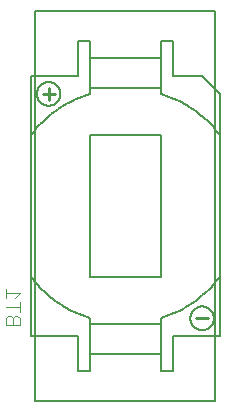
<source format=gbo>
G75*
%MOIN*%
%OFA0B0*%
%FSLAX25Y25*%
%IPPOS*%
%LPD*%
%AMOC8*
5,1,8,0,0,1.08239X$1,22.5*
%
%ADD10C,0.00800*%
%ADD11C,0.00500*%
%ADD12C,0.00984*%
%ADD13C,0.00400*%
D10*
X0013000Y0001400D02*
X0013000Y0131400D01*
X0073000Y0131400D01*
X0073000Y0001400D01*
X0013000Y0001400D01*
D11*
X0011504Y0023093D02*
X0027252Y0023093D01*
X0027252Y0011282D01*
X0031189Y0011282D01*
X0031189Y0017187D01*
X0054811Y0017187D01*
X0054811Y0011282D01*
X0058748Y0011282D01*
X0058748Y0023093D01*
X0074496Y0023093D01*
X0074496Y0042778D01*
X0074496Y0090022D01*
X0074496Y0103802D01*
X0068591Y0109707D01*
X0058748Y0109707D01*
X0058748Y0121518D01*
X0054811Y0121518D01*
X0054811Y0115613D01*
X0031189Y0115613D01*
X0031189Y0121518D01*
X0027252Y0121518D01*
X0027252Y0109707D01*
X0011504Y0109707D01*
X0011504Y0090022D01*
X0011504Y0042778D01*
X0011504Y0023093D01*
X0031189Y0027030D02*
X0031189Y0017187D01*
X0031189Y0027030D02*
X0054811Y0027030D01*
X0054811Y0017187D01*
X0054811Y0027030D02*
X0054811Y0028998D01*
X0054811Y0042778D02*
X0054811Y0090022D01*
X0031189Y0090022D01*
X0031189Y0042778D01*
X0054811Y0042778D01*
X0064654Y0028998D02*
X0064656Y0029123D01*
X0064662Y0029248D01*
X0064672Y0029372D01*
X0064686Y0029496D01*
X0064703Y0029620D01*
X0064725Y0029743D01*
X0064751Y0029865D01*
X0064780Y0029987D01*
X0064813Y0030107D01*
X0064851Y0030226D01*
X0064891Y0030345D01*
X0064936Y0030461D01*
X0064984Y0030576D01*
X0065036Y0030690D01*
X0065092Y0030802D01*
X0065151Y0030912D01*
X0065213Y0031020D01*
X0065279Y0031127D01*
X0065348Y0031231D01*
X0065421Y0031332D01*
X0065496Y0031432D01*
X0065575Y0031529D01*
X0065657Y0031623D01*
X0065742Y0031715D01*
X0065829Y0031804D01*
X0065920Y0031890D01*
X0066013Y0031973D01*
X0066109Y0032054D01*
X0066207Y0032131D01*
X0066307Y0032205D01*
X0066410Y0032276D01*
X0066515Y0032343D01*
X0066623Y0032408D01*
X0066732Y0032468D01*
X0066843Y0032526D01*
X0066956Y0032579D01*
X0067070Y0032629D01*
X0067186Y0032676D01*
X0067303Y0032718D01*
X0067422Y0032757D01*
X0067542Y0032793D01*
X0067663Y0032824D01*
X0067785Y0032852D01*
X0067907Y0032875D01*
X0068031Y0032895D01*
X0068155Y0032911D01*
X0068279Y0032923D01*
X0068404Y0032931D01*
X0068529Y0032935D01*
X0068653Y0032935D01*
X0068778Y0032931D01*
X0068903Y0032923D01*
X0069027Y0032911D01*
X0069151Y0032895D01*
X0069275Y0032875D01*
X0069397Y0032852D01*
X0069519Y0032824D01*
X0069640Y0032793D01*
X0069760Y0032757D01*
X0069879Y0032718D01*
X0069996Y0032676D01*
X0070112Y0032629D01*
X0070226Y0032579D01*
X0070339Y0032526D01*
X0070450Y0032468D01*
X0070560Y0032408D01*
X0070667Y0032343D01*
X0070772Y0032276D01*
X0070875Y0032205D01*
X0070975Y0032131D01*
X0071073Y0032054D01*
X0071169Y0031973D01*
X0071262Y0031890D01*
X0071353Y0031804D01*
X0071440Y0031715D01*
X0071525Y0031623D01*
X0071607Y0031529D01*
X0071686Y0031432D01*
X0071761Y0031332D01*
X0071834Y0031231D01*
X0071903Y0031127D01*
X0071969Y0031020D01*
X0072031Y0030912D01*
X0072090Y0030802D01*
X0072146Y0030690D01*
X0072198Y0030576D01*
X0072246Y0030461D01*
X0072291Y0030345D01*
X0072331Y0030226D01*
X0072369Y0030107D01*
X0072402Y0029987D01*
X0072431Y0029865D01*
X0072457Y0029743D01*
X0072479Y0029620D01*
X0072496Y0029496D01*
X0072510Y0029372D01*
X0072520Y0029248D01*
X0072526Y0029123D01*
X0072528Y0028998D01*
X0072526Y0028873D01*
X0072520Y0028748D01*
X0072510Y0028624D01*
X0072496Y0028500D01*
X0072479Y0028376D01*
X0072457Y0028253D01*
X0072431Y0028131D01*
X0072402Y0028009D01*
X0072369Y0027889D01*
X0072331Y0027770D01*
X0072291Y0027651D01*
X0072246Y0027535D01*
X0072198Y0027420D01*
X0072146Y0027306D01*
X0072090Y0027194D01*
X0072031Y0027084D01*
X0071969Y0026976D01*
X0071903Y0026869D01*
X0071834Y0026765D01*
X0071761Y0026664D01*
X0071686Y0026564D01*
X0071607Y0026467D01*
X0071525Y0026373D01*
X0071440Y0026281D01*
X0071353Y0026192D01*
X0071262Y0026106D01*
X0071169Y0026023D01*
X0071073Y0025942D01*
X0070975Y0025865D01*
X0070875Y0025791D01*
X0070772Y0025720D01*
X0070667Y0025653D01*
X0070559Y0025588D01*
X0070450Y0025528D01*
X0070339Y0025470D01*
X0070226Y0025417D01*
X0070112Y0025367D01*
X0069996Y0025320D01*
X0069879Y0025278D01*
X0069760Y0025239D01*
X0069640Y0025203D01*
X0069519Y0025172D01*
X0069397Y0025144D01*
X0069275Y0025121D01*
X0069151Y0025101D01*
X0069027Y0025085D01*
X0068903Y0025073D01*
X0068778Y0025065D01*
X0068653Y0025061D01*
X0068529Y0025061D01*
X0068404Y0025065D01*
X0068279Y0025073D01*
X0068155Y0025085D01*
X0068031Y0025101D01*
X0067907Y0025121D01*
X0067785Y0025144D01*
X0067663Y0025172D01*
X0067542Y0025203D01*
X0067422Y0025239D01*
X0067303Y0025278D01*
X0067186Y0025320D01*
X0067070Y0025367D01*
X0066956Y0025417D01*
X0066843Y0025470D01*
X0066732Y0025528D01*
X0066622Y0025588D01*
X0066515Y0025653D01*
X0066410Y0025720D01*
X0066307Y0025791D01*
X0066207Y0025865D01*
X0066109Y0025942D01*
X0066013Y0026023D01*
X0065920Y0026106D01*
X0065829Y0026192D01*
X0065742Y0026281D01*
X0065657Y0026373D01*
X0065575Y0026467D01*
X0065496Y0026564D01*
X0065421Y0026664D01*
X0065348Y0026765D01*
X0065279Y0026869D01*
X0065213Y0026976D01*
X0065151Y0027084D01*
X0065092Y0027194D01*
X0065036Y0027306D01*
X0064984Y0027420D01*
X0064936Y0027535D01*
X0064891Y0027651D01*
X0064851Y0027770D01*
X0064813Y0027889D01*
X0064780Y0028009D01*
X0064751Y0028131D01*
X0064725Y0028253D01*
X0064703Y0028376D01*
X0064686Y0028500D01*
X0064672Y0028624D01*
X0064662Y0028748D01*
X0064656Y0028873D01*
X0064654Y0028998D01*
X0011505Y0090022D02*
X0012108Y0090789D01*
X0012730Y0091542D01*
X0013370Y0092279D01*
X0014028Y0093000D01*
X0014703Y0093705D01*
X0015396Y0094393D01*
X0016105Y0095064D01*
X0016831Y0095717D01*
X0017572Y0096353D01*
X0018328Y0096970D01*
X0019100Y0097568D01*
X0019886Y0098148D01*
X0020686Y0098707D01*
X0021499Y0099248D01*
X0022325Y0099768D01*
X0023164Y0100267D01*
X0024015Y0100746D01*
X0024877Y0101204D01*
X0025750Y0101641D01*
X0026634Y0102056D01*
X0027527Y0102449D01*
X0028430Y0102821D01*
X0029342Y0103170D01*
X0030262Y0103497D01*
X0031189Y0103801D01*
X0031189Y0103802D02*
X0031189Y0105770D01*
X0054811Y0105770D01*
X0054811Y0115613D01*
X0054811Y0105770D02*
X0054811Y0103802D01*
X0031189Y0105770D02*
X0031189Y0115613D01*
X0013472Y0103802D02*
X0013474Y0103927D01*
X0013480Y0104052D01*
X0013490Y0104176D01*
X0013504Y0104300D01*
X0013521Y0104424D01*
X0013543Y0104547D01*
X0013569Y0104669D01*
X0013598Y0104791D01*
X0013631Y0104911D01*
X0013669Y0105030D01*
X0013709Y0105149D01*
X0013754Y0105265D01*
X0013802Y0105380D01*
X0013854Y0105494D01*
X0013910Y0105606D01*
X0013969Y0105716D01*
X0014031Y0105824D01*
X0014097Y0105931D01*
X0014166Y0106035D01*
X0014239Y0106136D01*
X0014314Y0106236D01*
X0014393Y0106333D01*
X0014475Y0106427D01*
X0014560Y0106519D01*
X0014647Y0106608D01*
X0014738Y0106694D01*
X0014831Y0106777D01*
X0014927Y0106858D01*
X0015025Y0106935D01*
X0015125Y0107009D01*
X0015228Y0107080D01*
X0015333Y0107147D01*
X0015441Y0107212D01*
X0015550Y0107272D01*
X0015661Y0107330D01*
X0015774Y0107383D01*
X0015888Y0107433D01*
X0016004Y0107480D01*
X0016121Y0107522D01*
X0016240Y0107561D01*
X0016360Y0107597D01*
X0016481Y0107628D01*
X0016603Y0107656D01*
X0016725Y0107679D01*
X0016849Y0107699D01*
X0016973Y0107715D01*
X0017097Y0107727D01*
X0017222Y0107735D01*
X0017347Y0107739D01*
X0017471Y0107739D01*
X0017596Y0107735D01*
X0017721Y0107727D01*
X0017845Y0107715D01*
X0017969Y0107699D01*
X0018093Y0107679D01*
X0018215Y0107656D01*
X0018337Y0107628D01*
X0018458Y0107597D01*
X0018578Y0107561D01*
X0018697Y0107522D01*
X0018814Y0107480D01*
X0018930Y0107433D01*
X0019044Y0107383D01*
X0019157Y0107330D01*
X0019268Y0107272D01*
X0019378Y0107212D01*
X0019485Y0107147D01*
X0019590Y0107080D01*
X0019693Y0107009D01*
X0019793Y0106935D01*
X0019891Y0106858D01*
X0019987Y0106777D01*
X0020080Y0106694D01*
X0020171Y0106608D01*
X0020258Y0106519D01*
X0020343Y0106427D01*
X0020425Y0106333D01*
X0020504Y0106236D01*
X0020579Y0106136D01*
X0020652Y0106035D01*
X0020721Y0105931D01*
X0020787Y0105824D01*
X0020849Y0105716D01*
X0020908Y0105606D01*
X0020964Y0105494D01*
X0021016Y0105380D01*
X0021064Y0105265D01*
X0021109Y0105149D01*
X0021149Y0105030D01*
X0021187Y0104911D01*
X0021220Y0104791D01*
X0021249Y0104669D01*
X0021275Y0104547D01*
X0021297Y0104424D01*
X0021314Y0104300D01*
X0021328Y0104176D01*
X0021338Y0104052D01*
X0021344Y0103927D01*
X0021346Y0103802D01*
X0021344Y0103677D01*
X0021338Y0103552D01*
X0021328Y0103428D01*
X0021314Y0103304D01*
X0021297Y0103180D01*
X0021275Y0103057D01*
X0021249Y0102935D01*
X0021220Y0102813D01*
X0021187Y0102693D01*
X0021149Y0102574D01*
X0021109Y0102455D01*
X0021064Y0102339D01*
X0021016Y0102224D01*
X0020964Y0102110D01*
X0020908Y0101998D01*
X0020849Y0101888D01*
X0020787Y0101780D01*
X0020721Y0101673D01*
X0020652Y0101569D01*
X0020579Y0101468D01*
X0020504Y0101368D01*
X0020425Y0101271D01*
X0020343Y0101177D01*
X0020258Y0101085D01*
X0020171Y0100996D01*
X0020080Y0100910D01*
X0019987Y0100827D01*
X0019891Y0100746D01*
X0019793Y0100669D01*
X0019693Y0100595D01*
X0019590Y0100524D01*
X0019485Y0100457D01*
X0019377Y0100392D01*
X0019268Y0100332D01*
X0019157Y0100274D01*
X0019044Y0100221D01*
X0018930Y0100171D01*
X0018814Y0100124D01*
X0018697Y0100082D01*
X0018578Y0100043D01*
X0018458Y0100007D01*
X0018337Y0099976D01*
X0018215Y0099948D01*
X0018093Y0099925D01*
X0017969Y0099905D01*
X0017845Y0099889D01*
X0017721Y0099877D01*
X0017596Y0099869D01*
X0017471Y0099865D01*
X0017347Y0099865D01*
X0017222Y0099869D01*
X0017097Y0099877D01*
X0016973Y0099889D01*
X0016849Y0099905D01*
X0016725Y0099925D01*
X0016603Y0099948D01*
X0016481Y0099976D01*
X0016360Y0100007D01*
X0016240Y0100043D01*
X0016121Y0100082D01*
X0016004Y0100124D01*
X0015888Y0100171D01*
X0015774Y0100221D01*
X0015661Y0100274D01*
X0015550Y0100332D01*
X0015440Y0100392D01*
X0015333Y0100457D01*
X0015228Y0100524D01*
X0015125Y0100595D01*
X0015025Y0100669D01*
X0014927Y0100746D01*
X0014831Y0100827D01*
X0014738Y0100910D01*
X0014647Y0100996D01*
X0014560Y0101085D01*
X0014475Y0101177D01*
X0014393Y0101271D01*
X0014314Y0101368D01*
X0014239Y0101468D01*
X0014166Y0101569D01*
X0014097Y0101673D01*
X0014031Y0101780D01*
X0013969Y0101888D01*
X0013910Y0101998D01*
X0013854Y0102110D01*
X0013802Y0102224D01*
X0013754Y0102339D01*
X0013709Y0102455D01*
X0013669Y0102574D01*
X0013631Y0102693D01*
X0013598Y0102813D01*
X0013569Y0102935D01*
X0013543Y0103057D01*
X0013521Y0103180D01*
X0013504Y0103304D01*
X0013490Y0103428D01*
X0013480Y0103552D01*
X0013474Y0103677D01*
X0013472Y0103802D01*
X0011504Y0042778D02*
X0012081Y0042037D01*
X0012675Y0041310D01*
X0013287Y0040597D01*
X0013915Y0039899D01*
X0014560Y0039216D01*
X0015221Y0038549D01*
X0015898Y0037898D01*
X0016590Y0037263D01*
X0017297Y0036645D01*
X0018019Y0036044D01*
X0018755Y0035460D01*
X0019505Y0034894D01*
X0020268Y0034347D01*
X0021043Y0033817D01*
X0021832Y0033307D01*
X0022632Y0032815D01*
X0023444Y0032342D01*
X0024266Y0031890D01*
X0025100Y0031457D01*
X0025943Y0031043D01*
X0026796Y0030651D01*
X0027659Y0030278D01*
X0028530Y0029927D01*
X0029409Y0029596D01*
X0030295Y0029287D01*
X0031189Y0028998D01*
X0031189Y0027030D01*
X0054811Y0028998D02*
X0055705Y0029287D01*
X0056591Y0029596D01*
X0057470Y0029927D01*
X0058341Y0030278D01*
X0059204Y0030651D01*
X0060057Y0031043D01*
X0060900Y0031457D01*
X0061734Y0031890D01*
X0062556Y0032342D01*
X0063368Y0032815D01*
X0064168Y0033307D01*
X0064957Y0033817D01*
X0065732Y0034347D01*
X0066495Y0034894D01*
X0067245Y0035460D01*
X0067981Y0036044D01*
X0068703Y0036645D01*
X0069410Y0037263D01*
X0070102Y0037898D01*
X0070779Y0038549D01*
X0071440Y0039216D01*
X0072085Y0039899D01*
X0072713Y0040597D01*
X0073325Y0041310D01*
X0073919Y0042037D01*
X0074496Y0042778D01*
X0074496Y0090022D02*
X0073922Y0090766D01*
X0073330Y0091496D01*
X0072721Y0092211D01*
X0072094Y0092911D01*
X0071451Y0093596D01*
X0070791Y0094265D01*
X0070116Y0094918D01*
X0069424Y0095555D01*
X0068718Y0096174D01*
X0067996Y0096776D01*
X0067261Y0097361D01*
X0066511Y0097927D01*
X0065748Y0098475D01*
X0064972Y0099005D01*
X0064183Y0099515D01*
X0063382Y0100007D01*
X0062569Y0100478D01*
X0061745Y0100930D01*
X0060911Y0101362D01*
X0060066Y0101773D01*
X0059211Y0102164D01*
X0058348Y0102534D01*
X0057475Y0102883D01*
X0056595Y0103211D01*
X0055706Y0103517D01*
X0054811Y0103801D01*
D12*
X0019378Y0103802D02*
X0015441Y0103802D01*
X0017409Y0105770D02*
X0017409Y0101833D01*
X0066622Y0028998D02*
X0070559Y0028998D01*
D13*
X0007804Y0028902D02*
X0007804Y0026600D01*
X0003200Y0026600D01*
X0003200Y0028902D01*
X0003967Y0029669D01*
X0004735Y0029669D01*
X0005502Y0028902D01*
X0005502Y0026600D01*
X0005502Y0028902D02*
X0006269Y0029669D01*
X0007037Y0029669D01*
X0007804Y0028902D01*
X0007804Y0031204D02*
X0007804Y0034273D01*
X0007804Y0032739D02*
X0003200Y0032739D01*
X0003200Y0035808D02*
X0003200Y0038877D01*
X0003200Y0037342D02*
X0007804Y0037342D01*
X0006269Y0035808D01*
M02*

</source>
